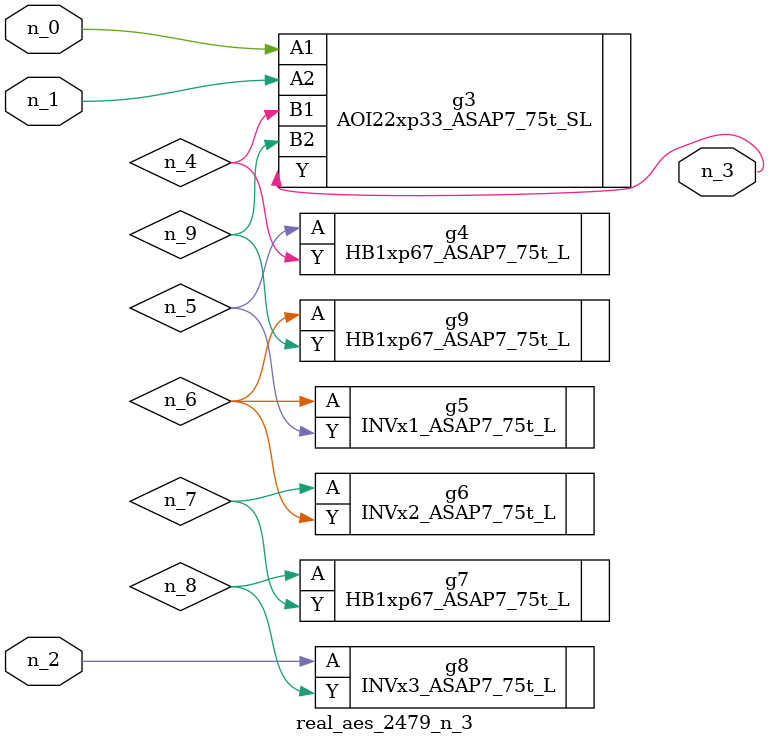
<source format=v>
module real_aes_2479_n_3 (n_0, n_2, n_1, n_3);
input n_0;
input n_2;
input n_1;
output n_3;
wire n_4;
wire n_5;
wire n_7;
wire n_9;
wire n_6;
wire n_8;
AOI22xp33_ASAP7_75t_SL g3 ( .A1(n_0), .A2(n_1), .B1(n_4), .B2(n_9), .Y(n_3) );
INVx3_ASAP7_75t_L g8 ( .A(n_2), .Y(n_8) );
HB1xp67_ASAP7_75t_L g4 ( .A(n_5), .Y(n_4) );
INVx1_ASAP7_75t_L g5 ( .A(n_6), .Y(n_5) );
HB1xp67_ASAP7_75t_L g9 ( .A(n_6), .Y(n_9) );
INVx2_ASAP7_75t_L g6 ( .A(n_7), .Y(n_6) );
HB1xp67_ASAP7_75t_L g7 ( .A(n_8), .Y(n_7) );
endmodule
</source>
